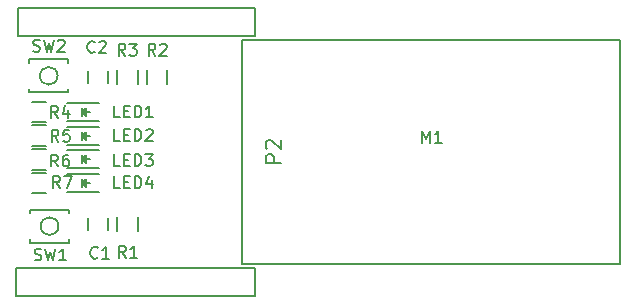
<source format=gbr>
G04 #@! TF.FileFunction,Legend,Top*
%FSLAX46Y46*%
G04 Gerber Fmt 4.6, Leading zero omitted, Abs format (unit mm)*
G04 Created by KiCad (PCBNEW 4.0.2-4+6225~38~ubuntu15.10.1-stable) date søn 17 apr 2016 19:21:06 CEST*
%MOMM*%
G01*
G04 APERTURE LIST*
%ADD10C,0.100000*%
%ADD11C,0.150000*%
%ADD12C,0.203200*%
G04 APERTURE END LIST*
D10*
D11*
X172550000Y-130040000D02*
X172550000Y-149040000D01*
X140550000Y-130040000D02*
X172550000Y-130040000D01*
X140550000Y-149040000D02*
X140550000Y-130040000D01*
X172550000Y-149040000D02*
X140550000Y-149040000D01*
X127460000Y-145140000D02*
X127460000Y-146140000D01*
X129160000Y-146140000D02*
X129160000Y-145140000D01*
X127460000Y-132640000D02*
X127460000Y-133640000D01*
X129160000Y-133640000D02*
X129160000Y-132640000D01*
X125710000Y-136890000D02*
X128410000Y-136890000D01*
X125710000Y-135390000D02*
X128410000Y-135390000D01*
X127210000Y-136290000D02*
X127210000Y-136040000D01*
X127210000Y-136040000D02*
X127060000Y-136190000D01*
X126960000Y-135790000D02*
X126960000Y-136490000D01*
X127310000Y-136140000D02*
X127660000Y-136140000D01*
X126960000Y-136140000D02*
X127310000Y-135790000D01*
X127310000Y-135790000D02*
X127310000Y-136490000D01*
X127310000Y-136490000D02*
X126960000Y-136140000D01*
X125710000Y-138890000D02*
X128410000Y-138890000D01*
X125710000Y-137390000D02*
X128410000Y-137390000D01*
X127210000Y-138290000D02*
X127210000Y-138040000D01*
X127210000Y-138040000D02*
X127060000Y-138190000D01*
X126960000Y-137790000D02*
X126960000Y-138490000D01*
X127310000Y-138140000D02*
X127660000Y-138140000D01*
X126960000Y-138140000D02*
X127310000Y-137790000D01*
X127310000Y-137790000D02*
X127310000Y-138490000D01*
X127310000Y-138490000D02*
X126960000Y-138140000D01*
X125710000Y-140890000D02*
X128410000Y-140890000D01*
X125710000Y-139390000D02*
X128410000Y-139390000D01*
X127210000Y-140290000D02*
X127210000Y-140040000D01*
X127210000Y-140040000D02*
X127060000Y-140190000D01*
X126960000Y-139790000D02*
X126960000Y-140490000D01*
X127310000Y-140140000D02*
X127660000Y-140140000D01*
X126960000Y-140140000D02*
X127310000Y-139790000D01*
X127310000Y-139790000D02*
X127310000Y-140490000D01*
X127310000Y-140490000D02*
X126960000Y-140140000D01*
X125710000Y-142890000D02*
X128410000Y-142890000D01*
X125710000Y-141390000D02*
X128410000Y-141390000D01*
X127210000Y-142290000D02*
X127210000Y-142040000D01*
X127210000Y-142040000D02*
X127060000Y-142190000D01*
X126960000Y-141790000D02*
X126960000Y-142490000D01*
X127310000Y-142140000D02*
X127660000Y-142140000D01*
X126960000Y-142140000D02*
X127310000Y-141790000D01*
X127310000Y-141790000D02*
X127310000Y-142490000D01*
X127310000Y-142490000D02*
X126960000Y-142140000D01*
X121580000Y-127300000D02*
X141580000Y-127300000D01*
X141580000Y-129700000D02*
X121580000Y-129700000D01*
X121380000Y-151700000D02*
X141580000Y-151700000D01*
X141580000Y-149300000D02*
X121380000Y-149300000D01*
X121580000Y-129700000D02*
X121580000Y-127500000D01*
X121580000Y-127500000D02*
X121580000Y-127300000D01*
X141580000Y-127300000D02*
X141580000Y-129700000D01*
X141580000Y-149300000D02*
X141580000Y-151700000D01*
X121380000Y-151700000D02*
X121380000Y-149300000D01*
X131685000Y-145040000D02*
X131685000Y-146240000D01*
X129935000Y-146240000D02*
X129935000Y-145040000D01*
X132435000Y-133740000D02*
X132435000Y-132540000D01*
X134185000Y-132540000D02*
X134185000Y-133740000D01*
X129935000Y-133790000D02*
X129935000Y-132590000D01*
X131685000Y-132590000D02*
X131685000Y-133790000D01*
X123910000Y-137015000D02*
X122710000Y-137015000D01*
X122710000Y-135265000D02*
X123910000Y-135265000D01*
X123910000Y-139015000D02*
X122710000Y-139015000D01*
X122710000Y-137265000D02*
X123910000Y-137265000D01*
X123910000Y-141015000D02*
X122710000Y-141015000D01*
X122710000Y-139265000D02*
X123910000Y-139265000D01*
X123910000Y-143015000D02*
X122710000Y-143015000D01*
X122710000Y-141265000D02*
X123910000Y-141265000D01*
X124970000Y-145800000D02*
G75*
G03X124970000Y-145800000I-750000J0D01*
G01*
X122570000Y-146900000D02*
X122570000Y-147200000D01*
X122570000Y-147200000D02*
X125870000Y-147200000D01*
X125870000Y-147200000D02*
X125870000Y-146900000D01*
X122570000Y-144700000D02*
X122570000Y-144400000D01*
X122570000Y-144400000D02*
X125870000Y-144400000D01*
X125870000Y-144400000D02*
X125870000Y-144700000D01*
X124900000Y-133070000D02*
G75*
G03X124900000Y-133070000I-750000J0D01*
G01*
X122500000Y-134170000D02*
X122500000Y-134470000D01*
X122500000Y-134470000D02*
X125800000Y-134470000D01*
X125800000Y-134470000D02*
X125800000Y-134170000D01*
X122500000Y-131970000D02*
X122500000Y-131670000D01*
X122500000Y-131670000D02*
X125800000Y-131670000D01*
X125800000Y-131670000D02*
X125800000Y-131970000D01*
X155740476Y-138722381D02*
X155740476Y-137722381D01*
X156073810Y-138436667D01*
X156407143Y-137722381D01*
X156407143Y-138722381D01*
X157407143Y-138722381D02*
X156835714Y-138722381D01*
X157121428Y-138722381D02*
X157121428Y-137722381D01*
X157026190Y-137865238D01*
X156930952Y-137960476D01*
X156835714Y-138008095D01*
X128293334Y-148447143D02*
X128245715Y-148494762D01*
X128102858Y-148542381D01*
X128007620Y-148542381D01*
X127864762Y-148494762D01*
X127769524Y-148399524D01*
X127721905Y-148304286D01*
X127674286Y-148113810D01*
X127674286Y-147970952D01*
X127721905Y-147780476D01*
X127769524Y-147685238D01*
X127864762Y-147590000D01*
X128007620Y-147542381D01*
X128102858Y-147542381D01*
X128245715Y-147590000D01*
X128293334Y-147637619D01*
X129245715Y-148542381D02*
X128674286Y-148542381D01*
X128960000Y-148542381D02*
X128960000Y-147542381D01*
X128864762Y-147685238D01*
X128769524Y-147780476D01*
X128674286Y-147828095D01*
X128043334Y-131027143D02*
X127995715Y-131074762D01*
X127852858Y-131122381D01*
X127757620Y-131122381D01*
X127614762Y-131074762D01*
X127519524Y-130979524D01*
X127471905Y-130884286D01*
X127424286Y-130693810D01*
X127424286Y-130550952D01*
X127471905Y-130360476D01*
X127519524Y-130265238D01*
X127614762Y-130170000D01*
X127757620Y-130122381D01*
X127852858Y-130122381D01*
X127995715Y-130170000D01*
X128043334Y-130217619D01*
X128424286Y-130217619D02*
X128471905Y-130170000D01*
X128567143Y-130122381D01*
X128805239Y-130122381D01*
X128900477Y-130170000D01*
X128948096Y-130217619D01*
X128995715Y-130312857D01*
X128995715Y-130408095D01*
X128948096Y-130550952D01*
X128376667Y-131122381D01*
X128995715Y-131122381D01*
X130190953Y-136592381D02*
X129714762Y-136592381D01*
X129714762Y-135592381D01*
X130524286Y-136068571D02*
X130857620Y-136068571D01*
X131000477Y-136592381D02*
X130524286Y-136592381D01*
X130524286Y-135592381D01*
X131000477Y-135592381D01*
X131429048Y-136592381D02*
X131429048Y-135592381D01*
X131667143Y-135592381D01*
X131810001Y-135640000D01*
X131905239Y-135735238D01*
X131952858Y-135830476D01*
X132000477Y-136020952D01*
X132000477Y-136163810D01*
X131952858Y-136354286D01*
X131905239Y-136449524D01*
X131810001Y-136544762D01*
X131667143Y-136592381D01*
X131429048Y-136592381D01*
X132952858Y-136592381D02*
X132381429Y-136592381D01*
X132667143Y-136592381D02*
X132667143Y-135592381D01*
X132571905Y-135735238D01*
X132476667Y-135830476D01*
X132381429Y-135878095D01*
X130190953Y-138592381D02*
X129714762Y-138592381D01*
X129714762Y-137592381D01*
X130524286Y-138068571D02*
X130857620Y-138068571D01*
X131000477Y-138592381D02*
X130524286Y-138592381D01*
X130524286Y-137592381D01*
X131000477Y-137592381D01*
X131429048Y-138592381D02*
X131429048Y-137592381D01*
X131667143Y-137592381D01*
X131810001Y-137640000D01*
X131905239Y-137735238D01*
X131952858Y-137830476D01*
X132000477Y-138020952D01*
X132000477Y-138163810D01*
X131952858Y-138354286D01*
X131905239Y-138449524D01*
X131810001Y-138544762D01*
X131667143Y-138592381D01*
X131429048Y-138592381D01*
X132381429Y-137687619D02*
X132429048Y-137640000D01*
X132524286Y-137592381D01*
X132762382Y-137592381D01*
X132857620Y-137640000D01*
X132905239Y-137687619D01*
X132952858Y-137782857D01*
X132952858Y-137878095D01*
X132905239Y-138020952D01*
X132333810Y-138592381D01*
X132952858Y-138592381D01*
X130190953Y-140702381D02*
X129714762Y-140702381D01*
X129714762Y-139702381D01*
X130524286Y-140178571D02*
X130857620Y-140178571D01*
X131000477Y-140702381D02*
X130524286Y-140702381D01*
X130524286Y-139702381D01*
X131000477Y-139702381D01*
X131429048Y-140702381D02*
X131429048Y-139702381D01*
X131667143Y-139702381D01*
X131810001Y-139750000D01*
X131905239Y-139845238D01*
X131952858Y-139940476D01*
X132000477Y-140130952D01*
X132000477Y-140273810D01*
X131952858Y-140464286D01*
X131905239Y-140559524D01*
X131810001Y-140654762D01*
X131667143Y-140702381D01*
X131429048Y-140702381D01*
X132333810Y-139702381D02*
X132952858Y-139702381D01*
X132619524Y-140083333D01*
X132762382Y-140083333D01*
X132857620Y-140130952D01*
X132905239Y-140178571D01*
X132952858Y-140273810D01*
X132952858Y-140511905D01*
X132905239Y-140607143D01*
X132857620Y-140654762D01*
X132762382Y-140702381D01*
X132476667Y-140702381D01*
X132381429Y-140654762D01*
X132333810Y-140607143D01*
X130190953Y-142592381D02*
X129714762Y-142592381D01*
X129714762Y-141592381D01*
X130524286Y-142068571D02*
X130857620Y-142068571D01*
X131000477Y-142592381D02*
X130524286Y-142592381D01*
X130524286Y-141592381D01*
X131000477Y-141592381D01*
X131429048Y-142592381D02*
X131429048Y-141592381D01*
X131667143Y-141592381D01*
X131810001Y-141640000D01*
X131905239Y-141735238D01*
X131952858Y-141830476D01*
X132000477Y-142020952D01*
X132000477Y-142163810D01*
X131952858Y-142354286D01*
X131905239Y-142449524D01*
X131810001Y-142544762D01*
X131667143Y-142592381D01*
X131429048Y-142592381D01*
X132857620Y-141925714D02*
X132857620Y-142592381D01*
X132619524Y-141544762D02*
X132381429Y-142259048D01*
X133000477Y-142259048D01*
D12*
X143784524Y-140437381D02*
X142514524Y-140437381D01*
X142514524Y-139953572D01*
X142575000Y-139832619D01*
X142635476Y-139772143D01*
X142756429Y-139711667D01*
X142937857Y-139711667D01*
X143058810Y-139772143D01*
X143119286Y-139832619D01*
X143179762Y-139953572D01*
X143179762Y-140437381D01*
X142635476Y-139227857D02*
X142575000Y-139167381D01*
X142514524Y-139046429D01*
X142514524Y-138744048D01*
X142575000Y-138623095D01*
X142635476Y-138562619D01*
X142756429Y-138502143D01*
X142877381Y-138502143D01*
X143058810Y-138562619D01*
X143784524Y-139288333D01*
X143784524Y-138502143D01*
D11*
X130673334Y-148462381D02*
X130340000Y-147986190D01*
X130101905Y-148462381D02*
X130101905Y-147462381D01*
X130482858Y-147462381D01*
X130578096Y-147510000D01*
X130625715Y-147557619D01*
X130673334Y-147652857D01*
X130673334Y-147795714D01*
X130625715Y-147890952D01*
X130578096Y-147938571D01*
X130482858Y-147986190D01*
X130101905Y-147986190D01*
X131625715Y-148462381D02*
X131054286Y-148462381D01*
X131340000Y-148462381D02*
X131340000Y-147462381D01*
X131244762Y-147605238D01*
X131149524Y-147700476D01*
X131054286Y-147748095D01*
X133183334Y-131362381D02*
X132850000Y-130886190D01*
X132611905Y-131362381D02*
X132611905Y-130362381D01*
X132992858Y-130362381D01*
X133088096Y-130410000D01*
X133135715Y-130457619D01*
X133183334Y-130552857D01*
X133183334Y-130695714D01*
X133135715Y-130790952D01*
X133088096Y-130838571D01*
X132992858Y-130886190D01*
X132611905Y-130886190D01*
X133564286Y-130457619D02*
X133611905Y-130410000D01*
X133707143Y-130362381D01*
X133945239Y-130362381D01*
X134040477Y-130410000D01*
X134088096Y-130457619D01*
X134135715Y-130552857D01*
X134135715Y-130648095D01*
X134088096Y-130790952D01*
X133516667Y-131362381D01*
X134135715Y-131362381D01*
X130633334Y-131362381D02*
X130300000Y-130886190D01*
X130061905Y-131362381D02*
X130061905Y-130362381D01*
X130442858Y-130362381D01*
X130538096Y-130410000D01*
X130585715Y-130457619D01*
X130633334Y-130552857D01*
X130633334Y-130695714D01*
X130585715Y-130790952D01*
X130538096Y-130838571D01*
X130442858Y-130886190D01*
X130061905Y-130886190D01*
X130966667Y-130362381D02*
X131585715Y-130362381D01*
X131252381Y-130743333D01*
X131395239Y-130743333D01*
X131490477Y-130790952D01*
X131538096Y-130838571D01*
X131585715Y-130933810D01*
X131585715Y-131171905D01*
X131538096Y-131267143D01*
X131490477Y-131314762D01*
X131395239Y-131362381D01*
X131109524Y-131362381D01*
X131014286Y-131314762D01*
X130966667Y-131267143D01*
X124933334Y-136622381D02*
X124600000Y-136146190D01*
X124361905Y-136622381D02*
X124361905Y-135622381D01*
X124742858Y-135622381D01*
X124838096Y-135670000D01*
X124885715Y-135717619D01*
X124933334Y-135812857D01*
X124933334Y-135955714D01*
X124885715Y-136050952D01*
X124838096Y-136098571D01*
X124742858Y-136146190D01*
X124361905Y-136146190D01*
X125790477Y-135955714D02*
X125790477Y-136622381D01*
X125552381Y-135574762D02*
X125314286Y-136289048D01*
X125933334Y-136289048D01*
X124973334Y-138642381D02*
X124640000Y-138166190D01*
X124401905Y-138642381D02*
X124401905Y-137642381D01*
X124782858Y-137642381D01*
X124878096Y-137690000D01*
X124925715Y-137737619D01*
X124973334Y-137832857D01*
X124973334Y-137975714D01*
X124925715Y-138070952D01*
X124878096Y-138118571D01*
X124782858Y-138166190D01*
X124401905Y-138166190D01*
X125878096Y-137642381D02*
X125401905Y-137642381D01*
X125354286Y-138118571D01*
X125401905Y-138070952D01*
X125497143Y-138023333D01*
X125735239Y-138023333D01*
X125830477Y-138070952D01*
X125878096Y-138118571D01*
X125925715Y-138213810D01*
X125925715Y-138451905D01*
X125878096Y-138547143D01*
X125830477Y-138594762D01*
X125735239Y-138642381D01*
X125497143Y-138642381D01*
X125401905Y-138594762D01*
X125354286Y-138547143D01*
X124933334Y-140742381D02*
X124600000Y-140266190D01*
X124361905Y-140742381D02*
X124361905Y-139742381D01*
X124742858Y-139742381D01*
X124838096Y-139790000D01*
X124885715Y-139837619D01*
X124933334Y-139932857D01*
X124933334Y-140075714D01*
X124885715Y-140170952D01*
X124838096Y-140218571D01*
X124742858Y-140266190D01*
X124361905Y-140266190D01*
X125790477Y-139742381D02*
X125600000Y-139742381D01*
X125504762Y-139790000D01*
X125457143Y-139837619D01*
X125361905Y-139980476D01*
X125314286Y-140170952D01*
X125314286Y-140551905D01*
X125361905Y-140647143D01*
X125409524Y-140694762D01*
X125504762Y-140742381D01*
X125695239Y-140742381D01*
X125790477Y-140694762D01*
X125838096Y-140647143D01*
X125885715Y-140551905D01*
X125885715Y-140313810D01*
X125838096Y-140218571D01*
X125790477Y-140170952D01*
X125695239Y-140123333D01*
X125504762Y-140123333D01*
X125409524Y-140170952D01*
X125361905Y-140218571D01*
X125314286Y-140313810D01*
X125093334Y-142562381D02*
X124760000Y-142086190D01*
X124521905Y-142562381D02*
X124521905Y-141562381D01*
X124902858Y-141562381D01*
X124998096Y-141610000D01*
X125045715Y-141657619D01*
X125093334Y-141752857D01*
X125093334Y-141895714D01*
X125045715Y-141990952D01*
X124998096Y-142038571D01*
X124902858Y-142086190D01*
X124521905Y-142086190D01*
X125426667Y-141562381D02*
X126093334Y-141562381D01*
X125664762Y-142562381D01*
X122956667Y-148654762D02*
X123099524Y-148702381D01*
X123337620Y-148702381D01*
X123432858Y-148654762D01*
X123480477Y-148607143D01*
X123528096Y-148511905D01*
X123528096Y-148416667D01*
X123480477Y-148321429D01*
X123432858Y-148273810D01*
X123337620Y-148226190D01*
X123147143Y-148178571D01*
X123051905Y-148130952D01*
X123004286Y-148083333D01*
X122956667Y-147988095D01*
X122956667Y-147892857D01*
X123004286Y-147797619D01*
X123051905Y-147750000D01*
X123147143Y-147702381D01*
X123385239Y-147702381D01*
X123528096Y-147750000D01*
X123861429Y-147702381D02*
X124099524Y-148702381D01*
X124290001Y-147988095D01*
X124480477Y-148702381D01*
X124718572Y-147702381D01*
X125623334Y-148702381D02*
X125051905Y-148702381D01*
X125337619Y-148702381D02*
X125337619Y-147702381D01*
X125242381Y-147845238D01*
X125147143Y-147940476D01*
X125051905Y-147988095D01*
X122816667Y-130974762D02*
X122959524Y-131022381D01*
X123197620Y-131022381D01*
X123292858Y-130974762D01*
X123340477Y-130927143D01*
X123388096Y-130831905D01*
X123388096Y-130736667D01*
X123340477Y-130641429D01*
X123292858Y-130593810D01*
X123197620Y-130546190D01*
X123007143Y-130498571D01*
X122911905Y-130450952D01*
X122864286Y-130403333D01*
X122816667Y-130308095D01*
X122816667Y-130212857D01*
X122864286Y-130117619D01*
X122911905Y-130070000D01*
X123007143Y-130022381D01*
X123245239Y-130022381D01*
X123388096Y-130070000D01*
X123721429Y-130022381D02*
X123959524Y-131022381D01*
X124150001Y-130308095D01*
X124340477Y-131022381D01*
X124578572Y-130022381D01*
X124911905Y-130117619D02*
X124959524Y-130070000D01*
X125054762Y-130022381D01*
X125292858Y-130022381D01*
X125388096Y-130070000D01*
X125435715Y-130117619D01*
X125483334Y-130212857D01*
X125483334Y-130308095D01*
X125435715Y-130450952D01*
X124864286Y-131022381D01*
X125483334Y-131022381D01*
M02*

</source>
